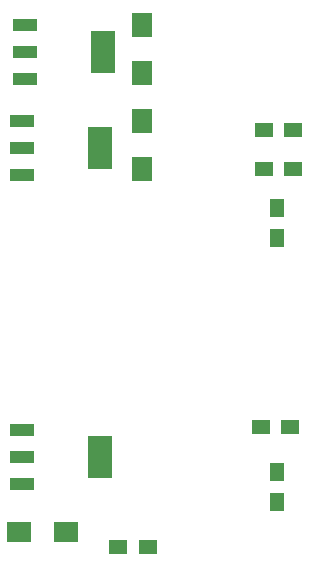
<source format=gbp>
G04 #@! TF.FileFunction,Paste,Bot*
%FSLAX46Y46*%
G04 Gerber Fmt 4.6, Leading zero omitted, Abs format (unit mm)*
G04 Created by KiCad (PCBNEW 4.0.4-stable) date 10/08/16 21:13:51*
%MOMM*%
%LPD*%
G01*
G04 APERTURE LIST*
%ADD10C,0.152400*%
%ADD11R,1.250000X1.500000*%
%ADD12R,1.500000X1.250000*%
%ADD13R,1.700000X2.000000*%
%ADD14R,2.000000X1.700000*%
%ADD15R,2.032000X3.657600*%
%ADD16R,2.032000X1.016000*%
G04 APERTURE END LIST*
D10*
D11*
X135128000Y-82062000D03*
X135128000Y-84562000D03*
X135128000Y-104414000D03*
X135128000Y-106914000D03*
D12*
X136251000Y-100584000D03*
X133751000Y-100584000D03*
X136505000Y-75438000D03*
X134005000Y-75438000D03*
X121686000Y-110744000D03*
X124186000Y-110744000D03*
X134005000Y-78740000D03*
X136505000Y-78740000D03*
D13*
X123698000Y-70580000D03*
X123698000Y-66580000D03*
X123698000Y-78708000D03*
X123698000Y-74708000D03*
D14*
X117316000Y-109474000D03*
X113316000Y-109474000D03*
D15*
X120396000Y-68834000D03*
D16*
X113792000Y-68834000D03*
X113792000Y-66548000D03*
X113792000Y-71120000D03*
D15*
X120142000Y-76962000D03*
D16*
X113538000Y-76962000D03*
X113538000Y-74676000D03*
X113538000Y-79248000D03*
D15*
X120142000Y-103124000D03*
D16*
X113538000Y-103124000D03*
X113538000Y-100838000D03*
X113538000Y-105410000D03*
M02*

</source>
